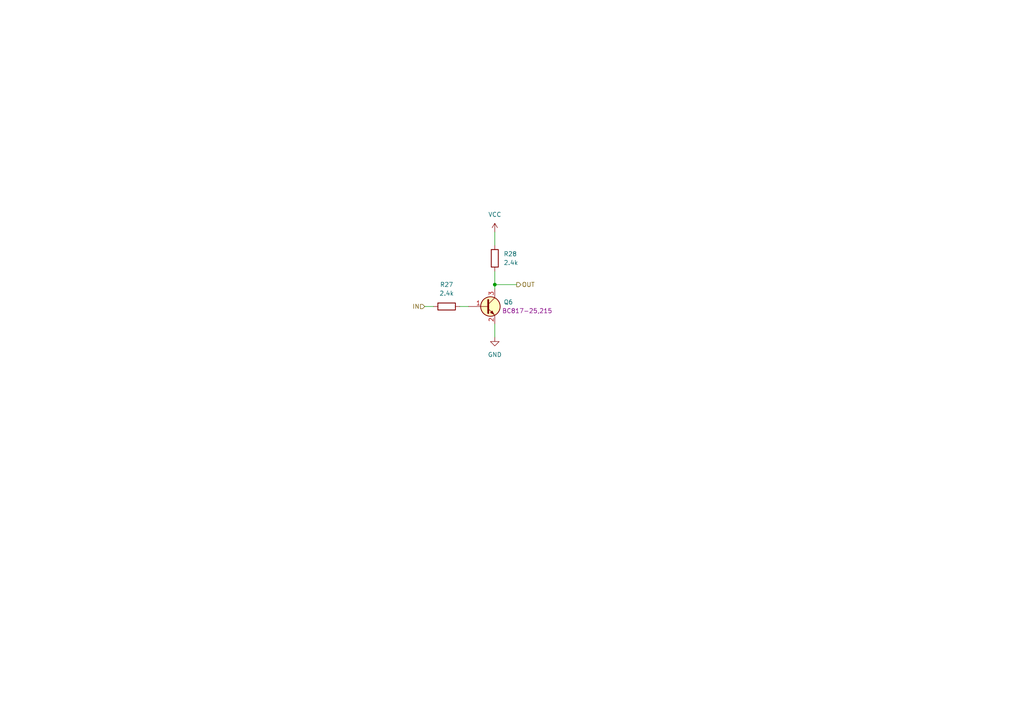
<source format=kicad_sch>
(kicad_sch (version 20250114) (generator "eeschema") (generator_version "9.0")
  (paper "A4")
  (lib_symbols
    (symbol "Resistor_AKL:R_0603" (pin_numbers (hide yes)) (pin_names (offset 0))
      (property "Reference" "R" (at 2.54 1.27 0))
      (property "Value" "R_0603" (at 2.54 -1.27 0))
      (symbol "R_0603_0_1"
        (rectangle (start -1.016 2.54) (end 1.016 -2.54) (stroke (width 0.254)))
      )
      (symbol "R_0603_0_2"
        (polyline (pts (xy -2.54 -2.54) (xy -1.524 -1.524)))
        (polyline (pts (xy 1.524 1.524) (xy 2.54 2.54)))
        (polyline (pts (xy 1.524 1.524) (xy 0.889 2.159) (xy -2.159 -0.889) (xy -0.889 -2.159) (xy 2.159 0.889) (xy 1.524 1.524)) (stroke (width 0.254)))
      )
      (symbol "R_0603_1_1"
        (pin passive line (at 0 3.81 270) (length 1.27) (name "~") (number "1"))
        (pin passive line (at 0 -3.81 90) (length 1.27) (name "~") (number "2"))
      )
      (symbol "R_0603_1_2"
        (pin passive line (at -2.54 -2.54 0) (length 0) (name "") (number "2"))
        (pin passive line (at 2.54 2.54 180) (length 0) (name "") (number "1"))
      )
    )
    (symbol "Transistor_BJT_AKL:BFN26" (pin_names (hide yes))
      (property "Reference" "Q" (at 5.08 1.27 0))
      (property "Value" "BFN26" (at 5.08 -1.27 0))
      (symbol "BFN26_0_1"
        (polyline (pts (xy 0.635 1.905) (xy 0.635 -1.905) (xy 0.635 -1.905)) (stroke (width 0.508)))
        (polyline (pts (xy 0.635 0.635) (xy 2.54 2.54)))
        (polyline (pts (xy 0.635 -0.635) (xy 2.54 -2.54) (xy 2.54 -2.54)))
        (circle (center 1.27 0) (radius 2.8194) (stroke (width 0.254)) (fill (type background)))
        (polyline (pts (xy 1.27 -1.778) (xy 1.778 -1.27) (xy 2.286 -2.286) (xy 1.27 -1.778) (xy 1.27 -1.778)) (fill (type outline)))
      )
      (symbol "BFN26_1_1"
        (pin input line (at -5.08 0 0) (length 5.715) (name "B") (number "1"))
        (pin passive line (at 2.54 5.08 270) (length 2.54) (name "C") (number "3"))
        (pin passive line (at 2.54 -5.08 90) (length 2.54) (name "E") (number "2"))
      )
    )
    (symbol "power:GND" (power) (pin_numbers (hide yes)) (pin_names (offset 0) (hide yes))
      (property "Value" "GND" (at 0 -3.81 0))
      (symbol "GND_0_1"
        (polyline (pts (xy 0 0) (xy 0 -1.27) (xy 1.27 -1.27) (xy 0 -2.54) (xy -1.27 -1.27) (xy 0 -1.27)))
      )
      (symbol "GND_1_1"
        (pin power_in line (at 0 0 270) (length 0) (name "~") (number "1"))
      )
    )
    (symbol "power:VCC" (power) (pin_numbers (hide yes)) (pin_names (offset 0) (hide yes))
      (property "Value" "VCC" (at 0 3.556 0))
      (symbol "VCC_0_1"
        (polyline (pts (xy -0.762 1.27) (xy 0 2.54)))
        (polyline (pts (xy 0 2.54) (xy 0.762 1.27)))
        (polyline (pts (xy 0 0) (xy 0 2.54)))
      )
      (symbol "VCC_1_1"
        (pin power_in line (at 0 0 90) (length 0) (name "~") (number "1"))
      )
    )
  )
  (junction (at 143.51 82.55))
  (wire (pts (xy 143.51 67.31) (xy 143.51 71.12)))
  (wire (pts (xy 143.51 82.55) (xy 149.86 82.55)))
  (wire (pts (xy 123.19 88.9) (xy 125.73 88.9)))
  (wire (pts (xy 143.51 78.74) (xy 143.51 82.55)))
  (wire (pts (xy 143.51 93.98) (xy 143.51 97.79)))
  (wire (pts (xy 133.35 88.9) (xy 135.89 88.9)))
  (wire (pts (xy 143.51 82.55) (xy 143.51 83.82)))
  (hierarchical_label "OUT" (shape output) (at 149.86 82.55 0))
  (hierarchical_label "IN" (shape input) (at 123.19 88.9 180))
  (symbol (lib_id "power:GND") (at 143.51 97.79 0) (unit 1)
    (property "Reference" "#PWR044" (effects (hide yes)))
    (property "Value" "GND" (at 143.51 102.87 0))
    (property "Description" "Power symbol creates a global label with name \"GND\" , ground" (effects (hide yes)))
  )
  (symbol (lib_id "Resistor_AKL:R_0603") (at 129.54 88.9 90) (unit 1)
    (property "Reference" "R27" (at 129.54 82.55 90))
    (property "Value" "2.4k" (at 129.54 85.09 90))
    (property "Footprint" "Resistor_SMD_AKL:R_0603_1608Metric" (effects (hide yes)))
    (property "Description" "SMD 0603 Chip Resistor, European Symbol, Alternate KiCad Library" (effects (hide yes)))
  )
  (symbol (lib_id "Transistor_BJT_AKL:BFN26") (at 140.97 88.9 0) (unit 1)
    (property "Reference" "Q6" (at 146.05 87.6299 0) (effects (justify left)))
    (property "Value" "BFN26" (effects (hide yes)))
    (property "Footprint" "Package_TO_SOT_SMD_AKL:SOT-23" (effects (hide yes)))
    (property "Datasheet" "https://www.tme.eu/Document/43310f91a0e397761035f1d1abdd24c6/BFN24.pdf" (effects (hide yes)))
    (property "Description" "NPN SOT-23 high voltage transistor, 300V, 200mA, 360mW, Alternate KiCAD Library" (effects (hide yes)))
    (property "Part number" "BC817-25,215" (at 152.908 90.17 0))
  )
  (symbol (lib_id "power:VCC") (at 143.51 67.31 0) (unit 1)
    (property "Reference" "#PWR043" (effects (hide yes)))
    (property "Value" "VCC" (at 143.51 62.23 0))
    (property "Description" "Power symbol creates a global label with name \"VCC\"" (effects (hide yes)))
  )
  (symbol (lib_id "Resistor_AKL:R_0603") (at 143.51 74.93 180) (unit 1)
    (property "Reference" "R28" (at 146.05 73.6599 0) (effects (justify right)))
    (property "Value" "2.4k" (at 146.05 76.1999 0) (effects (justify right)))
    (property "Footprint" "Resistor_SMD_AKL:R_0603_1608Metric" (effects (hide yes)))
    (property "Description" "SMD 0603 Chip Resistor, European Symbol, Alternate KiCad Library" (effects (hide yes)))
  )
)
</source>
